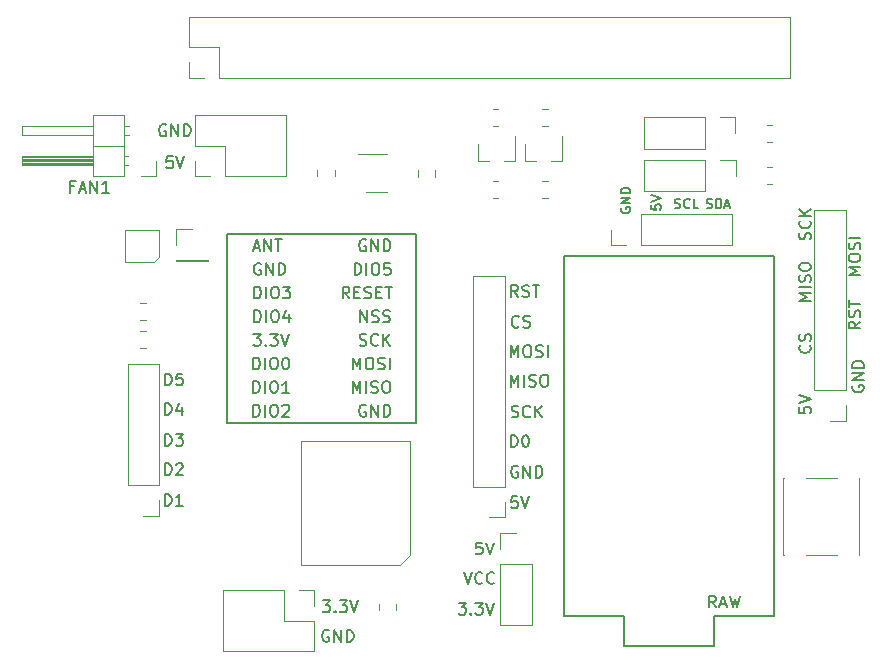
<source format=gbr>
%TF.GenerationSoftware,KiCad,Pcbnew,(5.1.10)-1*%
%TF.CreationDate,2022-02-24T11:14:30+08:00*%
%TF.ProjectId,hat,6861742e-6b69-4636-9164-5f7063625858,rev?*%
%TF.SameCoordinates,Original*%
%TF.FileFunction,Legend,Top*%
%TF.FilePolarity,Positive*%
%FSLAX46Y46*%
G04 Gerber Fmt 4.6, Leading zero omitted, Abs format (unit mm)*
G04 Created by KiCad (PCBNEW (5.1.10)-1) date 2022-02-24 11:14:30*
%MOMM*%
%LPD*%
G01*
G04 APERTURE LIST*
%ADD10C,0.150000*%
%ADD11C,0.120000*%
%ADD12C,0.160000*%
G04 APERTURE END LIST*
D10*
X150466666Y-112152380D02*
X150800000Y-113152380D01*
X151133333Y-112152380D01*
X152038095Y-113057142D02*
X151990476Y-113104761D01*
X151847619Y-113152380D01*
X151752380Y-113152380D01*
X151609523Y-113104761D01*
X151514285Y-113009523D01*
X151466666Y-112914285D01*
X151419047Y-112723809D01*
X151419047Y-112580952D01*
X151466666Y-112390476D01*
X151514285Y-112295238D01*
X151609523Y-112200000D01*
X151752380Y-112152380D01*
X151847619Y-112152380D01*
X151990476Y-112200000D01*
X152038095Y-112247619D01*
X153038095Y-113057142D02*
X152990476Y-113104761D01*
X152847619Y-113152380D01*
X152752380Y-113152380D01*
X152609523Y-113104761D01*
X152514285Y-113009523D01*
X152466666Y-112914285D01*
X152419047Y-112723809D01*
X152419047Y-112580952D01*
X152466666Y-112390476D01*
X152514285Y-112295238D01*
X152609523Y-112200000D01*
X152752380Y-112152380D01*
X152847619Y-112152380D01*
X152990476Y-112200000D01*
X153038095Y-112247619D01*
X125238095Y-74300000D02*
X125142857Y-74252380D01*
X125000000Y-74252380D01*
X124857142Y-74300000D01*
X124761904Y-74395238D01*
X124714285Y-74490476D01*
X124666666Y-74680952D01*
X124666666Y-74823809D01*
X124714285Y-75014285D01*
X124761904Y-75109523D01*
X124857142Y-75204761D01*
X125000000Y-75252380D01*
X125095238Y-75252380D01*
X125238095Y-75204761D01*
X125285714Y-75157142D01*
X125285714Y-74823809D01*
X125095238Y-74823809D01*
X125714285Y-75252380D02*
X125714285Y-74252380D01*
X126285714Y-75252380D01*
X126285714Y-74252380D01*
X126761904Y-75252380D02*
X126761904Y-74252380D01*
X127000000Y-74252380D01*
X127142857Y-74300000D01*
X127238095Y-74395238D01*
X127285714Y-74490476D01*
X127333333Y-74680952D01*
X127333333Y-74823809D01*
X127285714Y-75014285D01*
X127238095Y-75109523D01*
X127142857Y-75204761D01*
X127000000Y-75252380D01*
X126761904Y-75252380D01*
X178852380Y-98190476D02*
X178852380Y-98666666D01*
X179328571Y-98714285D01*
X179280952Y-98666666D01*
X179233333Y-98571428D01*
X179233333Y-98333333D01*
X179280952Y-98238095D01*
X179328571Y-98190476D01*
X179423809Y-98142857D01*
X179661904Y-98142857D01*
X179757142Y-98190476D01*
X179804761Y-98238095D01*
X179852380Y-98333333D01*
X179852380Y-98571428D01*
X179804761Y-98666666D01*
X179757142Y-98714285D01*
X178852380Y-97857142D02*
X179852380Y-97523809D01*
X178852380Y-97190476D01*
X152009523Y-109652380D02*
X151533333Y-109652380D01*
X151485714Y-110128571D01*
X151533333Y-110080952D01*
X151628571Y-110033333D01*
X151866666Y-110033333D01*
X151961904Y-110080952D01*
X152009523Y-110128571D01*
X152057142Y-110223809D01*
X152057142Y-110461904D01*
X152009523Y-110557142D01*
X151961904Y-110604761D01*
X151866666Y-110652380D01*
X151628571Y-110652380D01*
X151533333Y-110604761D01*
X151485714Y-110557142D01*
X152342857Y-109652380D02*
X152676190Y-110652380D01*
X153009523Y-109652380D01*
X150023809Y-114752380D02*
X150642857Y-114752380D01*
X150309523Y-115133333D01*
X150452380Y-115133333D01*
X150547619Y-115180952D01*
X150595238Y-115228571D01*
X150642857Y-115323809D01*
X150642857Y-115561904D01*
X150595238Y-115657142D01*
X150547619Y-115704761D01*
X150452380Y-115752380D01*
X150166666Y-115752380D01*
X150071428Y-115704761D01*
X150023809Y-115657142D01*
X151071428Y-115657142D02*
X151119047Y-115704761D01*
X151071428Y-115752380D01*
X151023809Y-115704761D01*
X151071428Y-115657142D01*
X151071428Y-115752380D01*
X151452380Y-114752380D02*
X152071428Y-114752380D01*
X151738095Y-115133333D01*
X151880952Y-115133333D01*
X151976190Y-115180952D01*
X152023809Y-115228571D01*
X152071428Y-115323809D01*
X152071428Y-115561904D01*
X152023809Y-115657142D01*
X151976190Y-115704761D01*
X151880952Y-115752380D01*
X151595238Y-115752380D01*
X151500000Y-115704761D01*
X151452380Y-115657142D01*
X152357142Y-114752380D02*
X152690476Y-115752380D01*
X153023809Y-114752380D01*
X139038095Y-117100000D02*
X138942857Y-117052380D01*
X138800000Y-117052380D01*
X138657142Y-117100000D01*
X138561904Y-117195238D01*
X138514285Y-117290476D01*
X138466666Y-117480952D01*
X138466666Y-117623809D01*
X138514285Y-117814285D01*
X138561904Y-117909523D01*
X138657142Y-118004761D01*
X138800000Y-118052380D01*
X138895238Y-118052380D01*
X139038095Y-118004761D01*
X139085714Y-117957142D01*
X139085714Y-117623809D01*
X138895238Y-117623809D01*
X139514285Y-118052380D02*
X139514285Y-117052380D01*
X140085714Y-118052380D01*
X140085714Y-117052380D01*
X140561904Y-118052380D02*
X140561904Y-117052380D01*
X140800000Y-117052380D01*
X140942857Y-117100000D01*
X141038095Y-117195238D01*
X141085714Y-117290476D01*
X141133333Y-117480952D01*
X141133333Y-117623809D01*
X141085714Y-117814285D01*
X141038095Y-117909523D01*
X140942857Y-118004761D01*
X140800000Y-118052380D01*
X140561904Y-118052380D01*
X183400000Y-96361904D02*
X183352380Y-96457142D01*
X183352380Y-96600000D01*
X183400000Y-96742857D01*
X183495238Y-96838095D01*
X183590476Y-96885714D01*
X183780952Y-96933333D01*
X183923809Y-96933333D01*
X184114285Y-96885714D01*
X184209523Y-96838095D01*
X184304761Y-96742857D01*
X184352380Y-96600000D01*
X184352380Y-96504761D01*
X184304761Y-96361904D01*
X184257142Y-96314285D01*
X183923809Y-96314285D01*
X183923809Y-96504761D01*
X184352380Y-95885714D02*
X183352380Y-95885714D01*
X184352380Y-95314285D01*
X183352380Y-95314285D01*
X184352380Y-94838095D02*
X183352380Y-94838095D01*
X183352380Y-94600000D01*
X183400000Y-94457142D01*
X183495238Y-94361904D01*
X183590476Y-94314285D01*
X183780952Y-94266666D01*
X183923809Y-94266666D01*
X184114285Y-94314285D01*
X184209523Y-94361904D01*
X184304761Y-94457142D01*
X184352380Y-94600000D01*
X184352380Y-94838095D01*
X179804761Y-83985714D02*
X179852380Y-83842857D01*
X179852380Y-83604761D01*
X179804761Y-83509523D01*
X179757142Y-83461904D01*
X179661904Y-83414285D01*
X179566666Y-83414285D01*
X179471428Y-83461904D01*
X179423809Y-83509523D01*
X179376190Y-83604761D01*
X179328571Y-83795238D01*
X179280952Y-83890476D01*
X179233333Y-83938095D01*
X179138095Y-83985714D01*
X179042857Y-83985714D01*
X178947619Y-83938095D01*
X178900000Y-83890476D01*
X178852380Y-83795238D01*
X178852380Y-83557142D01*
X178900000Y-83414285D01*
X179757142Y-82414285D02*
X179804761Y-82461904D01*
X179852380Y-82604761D01*
X179852380Y-82700000D01*
X179804761Y-82842857D01*
X179709523Y-82938095D01*
X179614285Y-82985714D01*
X179423809Y-83033333D01*
X179280952Y-83033333D01*
X179090476Y-82985714D01*
X178995238Y-82938095D01*
X178900000Y-82842857D01*
X178852380Y-82700000D01*
X178852380Y-82604761D01*
X178900000Y-82461904D01*
X178947619Y-82414285D01*
X179852380Y-81985714D02*
X178852380Y-81985714D01*
X179852380Y-81414285D02*
X179280952Y-81842857D01*
X178852380Y-81414285D02*
X179423809Y-81985714D01*
X184052380Y-86971428D02*
X183052380Y-86971428D01*
X183766666Y-86638095D01*
X183052380Y-86304761D01*
X184052380Y-86304761D01*
X183052380Y-85638095D02*
X183052380Y-85447619D01*
X183100000Y-85352380D01*
X183195238Y-85257142D01*
X183385714Y-85209523D01*
X183719047Y-85209523D01*
X183909523Y-85257142D01*
X184004761Y-85352380D01*
X184052380Y-85447619D01*
X184052380Y-85638095D01*
X184004761Y-85733333D01*
X183909523Y-85828571D01*
X183719047Y-85876190D01*
X183385714Y-85876190D01*
X183195238Y-85828571D01*
X183100000Y-85733333D01*
X183052380Y-85638095D01*
X184004761Y-84828571D02*
X184052380Y-84685714D01*
X184052380Y-84447619D01*
X184004761Y-84352380D01*
X183957142Y-84304761D01*
X183861904Y-84257142D01*
X183766666Y-84257142D01*
X183671428Y-84304761D01*
X183623809Y-84352380D01*
X183576190Y-84447619D01*
X183528571Y-84638095D01*
X183480952Y-84733333D01*
X183433333Y-84780952D01*
X183338095Y-84828571D01*
X183242857Y-84828571D01*
X183147619Y-84780952D01*
X183100000Y-84733333D01*
X183052380Y-84638095D01*
X183052380Y-84400000D01*
X183100000Y-84257142D01*
X184052380Y-83828571D02*
X183052380Y-83828571D01*
X179852380Y-89171428D02*
X178852380Y-89171428D01*
X179566666Y-88838095D01*
X178852380Y-88504761D01*
X179852380Y-88504761D01*
X179852380Y-88028571D02*
X178852380Y-88028571D01*
X179804761Y-87600000D02*
X179852380Y-87457142D01*
X179852380Y-87219047D01*
X179804761Y-87123809D01*
X179757142Y-87076190D01*
X179661904Y-87028571D01*
X179566666Y-87028571D01*
X179471428Y-87076190D01*
X179423809Y-87123809D01*
X179376190Y-87219047D01*
X179328571Y-87409523D01*
X179280952Y-87504761D01*
X179233333Y-87552380D01*
X179138095Y-87600000D01*
X179042857Y-87600000D01*
X178947619Y-87552380D01*
X178900000Y-87504761D01*
X178852380Y-87409523D01*
X178852380Y-87171428D01*
X178900000Y-87028571D01*
X178852380Y-86409523D02*
X178852380Y-86219047D01*
X178900000Y-86123809D01*
X178995238Y-86028571D01*
X179185714Y-85980952D01*
X179519047Y-85980952D01*
X179709523Y-86028571D01*
X179804761Y-86123809D01*
X179852380Y-86219047D01*
X179852380Y-86409523D01*
X179804761Y-86504761D01*
X179709523Y-86600000D01*
X179519047Y-86647619D01*
X179185714Y-86647619D01*
X178995238Y-86600000D01*
X178900000Y-86504761D01*
X178852380Y-86409523D01*
X184052380Y-90947619D02*
X183576190Y-91280952D01*
X184052380Y-91519047D02*
X183052380Y-91519047D01*
X183052380Y-91138095D01*
X183100000Y-91042857D01*
X183147619Y-90995238D01*
X183242857Y-90947619D01*
X183385714Y-90947619D01*
X183480952Y-90995238D01*
X183528571Y-91042857D01*
X183576190Y-91138095D01*
X183576190Y-91519047D01*
X184004761Y-90566666D02*
X184052380Y-90423809D01*
X184052380Y-90185714D01*
X184004761Y-90090476D01*
X183957142Y-90042857D01*
X183861904Y-89995238D01*
X183766666Y-89995238D01*
X183671428Y-90042857D01*
X183623809Y-90090476D01*
X183576190Y-90185714D01*
X183528571Y-90376190D01*
X183480952Y-90471428D01*
X183433333Y-90519047D01*
X183338095Y-90566666D01*
X183242857Y-90566666D01*
X183147619Y-90519047D01*
X183100000Y-90471428D01*
X183052380Y-90376190D01*
X183052380Y-90138095D01*
X183100000Y-89995238D01*
X183052380Y-89709523D02*
X183052380Y-89138095D01*
X184052380Y-89423809D02*
X183052380Y-89423809D01*
X179757142Y-92966666D02*
X179804761Y-93014285D01*
X179852380Y-93157142D01*
X179852380Y-93252380D01*
X179804761Y-93395238D01*
X179709523Y-93490476D01*
X179614285Y-93538095D01*
X179423809Y-93585714D01*
X179280952Y-93585714D01*
X179090476Y-93538095D01*
X178995238Y-93490476D01*
X178900000Y-93395238D01*
X178852380Y-93252380D01*
X178852380Y-93157142D01*
X178900000Y-93014285D01*
X178947619Y-92966666D01*
X179804761Y-92585714D02*
X179852380Y-92442857D01*
X179852380Y-92204761D01*
X179804761Y-92109523D01*
X179757142Y-92061904D01*
X179661904Y-92014285D01*
X179566666Y-92014285D01*
X179471428Y-92061904D01*
X179423809Y-92109523D01*
X179376190Y-92204761D01*
X179328571Y-92395238D01*
X179280952Y-92490476D01*
X179233333Y-92538095D01*
X179138095Y-92585714D01*
X179042857Y-92585714D01*
X178947619Y-92538095D01*
X178900000Y-92490476D01*
X178852380Y-92395238D01*
X178852380Y-92157142D01*
X178900000Y-92014285D01*
X171028571Y-81323809D02*
X171142857Y-81361904D01*
X171333333Y-81361904D01*
X171409523Y-81323809D01*
X171447619Y-81285714D01*
X171485714Y-81209523D01*
X171485714Y-81133333D01*
X171447619Y-81057142D01*
X171409523Y-81019047D01*
X171333333Y-80980952D01*
X171180952Y-80942857D01*
X171104761Y-80904761D01*
X171066666Y-80866666D01*
X171028571Y-80790476D01*
X171028571Y-80714285D01*
X171066666Y-80638095D01*
X171104761Y-80600000D01*
X171180952Y-80561904D01*
X171371428Y-80561904D01*
X171485714Y-80600000D01*
X171828571Y-81361904D02*
X171828571Y-80561904D01*
X172019047Y-80561904D01*
X172133333Y-80600000D01*
X172209523Y-80676190D01*
X172247619Y-80752380D01*
X172285714Y-80904761D01*
X172285714Y-81019047D01*
X172247619Y-81171428D01*
X172209523Y-81247619D01*
X172133333Y-81323809D01*
X172019047Y-81361904D01*
X171828571Y-81361904D01*
X172590476Y-81133333D02*
X172971428Y-81133333D01*
X172514285Y-81361904D02*
X172780952Y-80561904D01*
X173047619Y-81361904D01*
X168347619Y-81323809D02*
X168461904Y-81361904D01*
X168652380Y-81361904D01*
X168728571Y-81323809D01*
X168766666Y-81285714D01*
X168804761Y-81209523D01*
X168804761Y-81133333D01*
X168766666Y-81057142D01*
X168728571Y-81019047D01*
X168652380Y-80980952D01*
X168500000Y-80942857D01*
X168423809Y-80904761D01*
X168385714Y-80866666D01*
X168347619Y-80790476D01*
X168347619Y-80714285D01*
X168385714Y-80638095D01*
X168423809Y-80600000D01*
X168500000Y-80561904D01*
X168690476Y-80561904D01*
X168804761Y-80600000D01*
X169604761Y-81285714D02*
X169566666Y-81323809D01*
X169452380Y-81361904D01*
X169376190Y-81361904D01*
X169261904Y-81323809D01*
X169185714Y-81247619D01*
X169147619Y-81171428D01*
X169109523Y-81019047D01*
X169109523Y-80904761D01*
X169147619Y-80752380D01*
X169185714Y-80676190D01*
X169261904Y-80600000D01*
X169376190Y-80561904D01*
X169452380Y-80561904D01*
X169566666Y-80600000D01*
X169604761Y-80638095D01*
X170328571Y-81361904D02*
X169947619Y-81361904D01*
X169947619Y-80561904D01*
X166361904Y-81052380D02*
X166361904Y-81433333D01*
X166742857Y-81471428D01*
X166704761Y-81433333D01*
X166666666Y-81357142D01*
X166666666Y-81166666D01*
X166704761Y-81090476D01*
X166742857Y-81052380D01*
X166819047Y-81014285D01*
X167009523Y-81014285D01*
X167085714Y-81052380D01*
X167123809Y-81090476D01*
X167161904Y-81166666D01*
X167161904Y-81357142D01*
X167123809Y-81433333D01*
X167085714Y-81471428D01*
X166361904Y-80785714D02*
X167161904Y-80519047D01*
X166361904Y-80252380D01*
X163800000Y-81309523D02*
X163761904Y-81385714D01*
X163761904Y-81500000D01*
X163800000Y-81614285D01*
X163876190Y-81690476D01*
X163952380Y-81728571D01*
X164104761Y-81766666D01*
X164219047Y-81766666D01*
X164371428Y-81728571D01*
X164447619Y-81690476D01*
X164523809Y-81614285D01*
X164561904Y-81500000D01*
X164561904Y-81423809D01*
X164523809Y-81309523D01*
X164485714Y-81271428D01*
X164219047Y-81271428D01*
X164219047Y-81423809D01*
X164561904Y-80928571D02*
X163761904Y-80928571D01*
X164561904Y-80471428D01*
X163761904Y-80471428D01*
X164561904Y-80090476D02*
X163761904Y-80090476D01*
X163761904Y-79900000D01*
X163800000Y-79785714D01*
X163876190Y-79709523D01*
X163952380Y-79671428D01*
X164104761Y-79633333D01*
X164219047Y-79633333D01*
X164371428Y-79671428D01*
X164447619Y-79709523D01*
X164523809Y-79785714D01*
X164561904Y-79900000D01*
X164561904Y-80090476D01*
X125161904Y-106552380D02*
X125161904Y-105552380D01*
X125400000Y-105552380D01*
X125542857Y-105600000D01*
X125638095Y-105695238D01*
X125685714Y-105790476D01*
X125733333Y-105980952D01*
X125733333Y-106123809D01*
X125685714Y-106314285D01*
X125638095Y-106409523D01*
X125542857Y-106504761D01*
X125400000Y-106552380D01*
X125161904Y-106552380D01*
X126685714Y-106552380D02*
X126114285Y-106552380D01*
X126400000Y-106552380D02*
X126400000Y-105552380D01*
X126304761Y-105695238D01*
X126209523Y-105790476D01*
X126114285Y-105838095D01*
X125161904Y-103952380D02*
X125161904Y-102952380D01*
X125400000Y-102952380D01*
X125542857Y-103000000D01*
X125638095Y-103095238D01*
X125685714Y-103190476D01*
X125733333Y-103380952D01*
X125733333Y-103523809D01*
X125685714Y-103714285D01*
X125638095Y-103809523D01*
X125542857Y-103904761D01*
X125400000Y-103952380D01*
X125161904Y-103952380D01*
X126114285Y-103047619D02*
X126161904Y-103000000D01*
X126257142Y-102952380D01*
X126495238Y-102952380D01*
X126590476Y-103000000D01*
X126638095Y-103047619D01*
X126685714Y-103142857D01*
X126685714Y-103238095D01*
X126638095Y-103380952D01*
X126066666Y-103952380D01*
X126685714Y-103952380D01*
X125161904Y-101452380D02*
X125161904Y-100452380D01*
X125400000Y-100452380D01*
X125542857Y-100500000D01*
X125638095Y-100595238D01*
X125685714Y-100690476D01*
X125733333Y-100880952D01*
X125733333Y-101023809D01*
X125685714Y-101214285D01*
X125638095Y-101309523D01*
X125542857Y-101404761D01*
X125400000Y-101452380D01*
X125161904Y-101452380D01*
X126066666Y-100452380D02*
X126685714Y-100452380D01*
X126352380Y-100833333D01*
X126495238Y-100833333D01*
X126590476Y-100880952D01*
X126638095Y-100928571D01*
X126685714Y-101023809D01*
X126685714Y-101261904D01*
X126638095Y-101357142D01*
X126590476Y-101404761D01*
X126495238Y-101452380D01*
X126209523Y-101452380D01*
X126114285Y-101404761D01*
X126066666Y-101357142D01*
X125161904Y-98852380D02*
X125161904Y-97852380D01*
X125400000Y-97852380D01*
X125542857Y-97900000D01*
X125638095Y-97995238D01*
X125685714Y-98090476D01*
X125733333Y-98280952D01*
X125733333Y-98423809D01*
X125685714Y-98614285D01*
X125638095Y-98709523D01*
X125542857Y-98804761D01*
X125400000Y-98852380D01*
X125161904Y-98852380D01*
X126590476Y-98185714D02*
X126590476Y-98852380D01*
X126352380Y-97804761D02*
X126114285Y-98519047D01*
X126733333Y-98519047D01*
X125161904Y-96352380D02*
X125161904Y-95352380D01*
X125400000Y-95352380D01*
X125542857Y-95400000D01*
X125638095Y-95495238D01*
X125685714Y-95590476D01*
X125733333Y-95780952D01*
X125733333Y-95923809D01*
X125685714Y-96114285D01*
X125638095Y-96209523D01*
X125542857Y-96304761D01*
X125400000Y-96352380D01*
X125161904Y-96352380D01*
X126638095Y-95352380D02*
X126161904Y-95352380D01*
X126114285Y-95828571D01*
X126161904Y-95780952D01*
X126257142Y-95733333D01*
X126495238Y-95733333D01*
X126590476Y-95780952D01*
X126638095Y-95828571D01*
X126685714Y-95923809D01*
X126685714Y-96161904D01*
X126638095Y-96257142D01*
X126590476Y-96304761D01*
X126495238Y-96352380D01*
X126257142Y-96352380D01*
X126161904Y-96304761D01*
X126114285Y-96257142D01*
X155009523Y-105752380D02*
X154533333Y-105752380D01*
X154485714Y-106228571D01*
X154533333Y-106180952D01*
X154628571Y-106133333D01*
X154866666Y-106133333D01*
X154961904Y-106180952D01*
X155009523Y-106228571D01*
X155057142Y-106323809D01*
X155057142Y-106561904D01*
X155009523Y-106657142D01*
X154961904Y-106704761D01*
X154866666Y-106752380D01*
X154628571Y-106752380D01*
X154533333Y-106704761D01*
X154485714Y-106657142D01*
X155342857Y-105752380D02*
X155676190Y-106752380D01*
X156009523Y-105752380D01*
X155038095Y-103200000D02*
X154942857Y-103152380D01*
X154800000Y-103152380D01*
X154657142Y-103200000D01*
X154561904Y-103295238D01*
X154514285Y-103390476D01*
X154466666Y-103580952D01*
X154466666Y-103723809D01*
X154514285Y-103914285D01*
X154561904Y-104009523D01*
X154657142Y-104104761D01*
X154800000Y-104152380D01*
X154895238Y-104152380D01*
X155038095Y-104104761D01*
X155085714Y-104057142D01*
X155085714Y-103723809D01*
X154895238Y-103723809D01*
X155514285Y-104152380D02*
X155514285Y-103152380D01*
X156085714Y-104152380D01*
X156085714Y-103152380D01*
X156561904Y-104152380D02*
X156561904Y-103152380D01*
X156800000Y-103152380D01*
X156942857Y-103200000D01*
X157038095Y-103295238D01*
X157085714Y-103390476D01*
X157133333Y-103580952D01*
X157133333Y-103723809D01*
X157085714Y-103914285D01*
X157038095Y-104009523D01*
X156942857Y-104104761D01*
X156800000Y-104152380D01*
X156561904Y-104152380D01*
X154461904Y-101552380D02*
X154461904Y-100552380D01*
X154700000Y-100552380D01*
X154842857Y-100600000D01*
X154938095Y-100695238D01*
X154985714Y-100790476D01*
X155033333Y-100980952D01*
X155033333Y-101123809D01*
X154985714Y-101314285D01*
X154938095Y-101409523D01*
X154842857Y-101504761D01*
X154700000Y-101552380D01*
X154461904Y-101552380D01*
X155652380Y-100552380D02*
X155747619Y-100552380D01*
X155842857Y-100600000D01*
X155890476Y-100647619D01*
X155938095Y-100742857D01*
X155985714Y-100933333D01*
X155985714Y-101171428D01*
X155938095Y-101361904D01*
X155890476Y-101457142D01*
X155842857Y-101504761D01*
X155747619Y-101552380D01*
X155652380Y-101552380D01*
X155557142Y-101504761D01*
X155509523Y-101457142D01*
X155461904Y-101361904D01*
X155414285Y-101171428D01*
X155414285Y-100933333D01*
X155461904Y-100742857D01*
X155509523Y-100647619D01*
X155557142Y-100600000D01*
X155652380Y-100552380D01*
X154514285Y-99004761D02*
X154657142Y-99052380D01*
X154895238Y-99052380D01*
X154990476Y-99004761D01*
X155038095Y-98957142D01*
X155085714Y-98861904D01*
X155085714Y-98766666D01*
X155038095Y-98671428D01*
X154990476Y-98623809D01*
X154895238Y-98576190D01*
X154704761Y-98528571D01*
X154609523Y-98480952D01*
X154561904Y-98433333D01*
X154514285Y-98338095D01*
X154514285Y-98242857D01*
X154561904Y-98147619D01*
X154609523Y-98100000D01*
X154704761Y-98052380D01*
X154942857Y-98052380D01*
X155085714Y-98100000D01*
X156085714Y-98957142D02*
X156038095Y-99004761D01*
X155895238Y-99052380D01*
X155800000Y-99052380D01*
X155657142Y-99004761D01*
X155561904Y-98909523D01*
X155514285Y-98814285D01*
X155466666Y-98623809D01*
X155466666Y-98480952D01*
X155514285Y-98290476D01*
X155561904Y-98195238D01*
X155657142Y-98100000D01*
X155800000Y-98052380D01*
X155895238Y-98052380D01*
X156038095Y-98100000D01*
X156085714Y-98147619D01*
X156514285Y-99052380D02*
X156514285Y-98052380D01*
X157085714Y-99052380D02*
X156657142Y-98480952D01*
X157085714Y-98052380D02*
X156514285Y-98623809D01*
X154428571Y-96452380D02*
X154428571Y-95452380D01*
X154761904Y-96166666D01*
X155095238Y-95452380D01*
X155095238Y-96452380D01*
X155571428Y-96452380D02*
X155571428Y-95452380D01*
X156000000Y-96404761D02*
X156142857Y-96452380D01*
X156380952Y-96452380D01*
X156476190Y-96404761D01*
X156523809Y-96357142D01*
X156571428Y-96261904D01*
X156571428Y-96166666D01*
X156523809Y-96071428D01*
X156476190Y-96023809D01*
X156380952Y-95976190D01*
X156190476Y-95928571D01*
X156095238Y-95880952D01*
X156047619Y-95833333D01*
X156000000Y-95738095D01*
X156000000Y-95642857D01*
X156047619Y-95547619D01*
X156095238Y-95500000D01*
X156190476Y-95452380D01*
X156428571Y-95452380D01*
X156571428Y-95500000D01*
X157190476Y-95452380D02*
X157380952Y-95452380D01*
X157476190Y-95500000D01*
X157571428Y-95595238D01*
X157619047Y-95785714D01*
X157619047Y-96119047D01*
X157571428Y-96309523D01*
X157476190Y-96404761D01*
X157380952Y-96452380D01*
X157190476Y-96452380D01*
X157095238Y-96404761D01*
X157000000Y-96309523D01*
X156952380Y-96119047D01*
X156952380Y-95785714D01*
X157000000Y-95595238D01*
X157095238Y-95500000D01*
X157190476Y-95452380D01*
X154428571Y-93952380D02*
X154428571Y-92952380D01*
X154761904Y-93666666D01*
X155095238Y-92952380D01*
X155095238Y-93952380D01*
X155761904Y-92952380D02*
X155952380Y-92952380D01*
X156047619Y-93000000D01*
X156142857Y-93095238D01*
X156190476Y-93285714D01*
X156190476Y-93619047D01*
X156142857Y-93809523D01*
X156047619Y-93904761D01*
X155952380Y-93952380D01*
X155761904Y-93952380D01*
X155666666Y-93904761D01*
X155571428Y-93809523D01*
X155523809Y-93619047D01*
X155523809Y-93285714D01*
X155571428Y-93095238D01*
X155666666Y-93000000D01*
X155761904Y-92952380D01*
X156571428Y-93904761D02*
X156714285Y-93952380D01*
X156952380Y-93952380D01*
X157047619Y-93904761D01*
X157095238Y-93857142D01*
X157142857Y-93761904D01*
X157142857Y-93666666D01*
X157095238Y-93571428D01*
X157047619Y-93523809D01*
X156952380Y-93476190D01*
X156761904Y-93428571D01*
X156666666Y-93380952D01*
X156619047Y-93333333D01*
X156571428Y-93238095D01*
X156571428Y-93142857D01*
X156619047Y-93047619D01*
X156666666Y-93000000D01*
X156761904Y-92952380D01*
X157000000Y-92952380D01*
X157142857Y-93000000D01*
X157571428Y-93952380D02*
X157571428Y-92952380D01*
X155133333Y-91357142D02*
X155085714Y-91404761D01*
X154942857Y-91452380D01*
X154847619Y-91452380D01*
X154704761Y-91404761D01*
X154609523Y-91309523D01*
X154561904Y-91214285D01*
X154514285Y-91023809D01*
X154514285Y-90880952D01*
X154561904Y-90690476D01*
X154609523Y-90595238D01*
X154704761Y-90500000D01*
X154847619Y-90452380D01*
X154942857Y-90452380D01*
X155085714Y-90500000D01*
X155133333Y-90547619D01*
X155514285Y-91404761D02*
X155657142Y-91452380D01*
X155895238Y-91452380D01*
X155990476Y-91404761D01*
X156038095Y-91357142D01*
X156085714Y-91261904D01*
X156085714Y-91166666D01*
X156038095Y-91071428D01*
X155990476Y-91023809D01*
X155895238Y-90976190D01*
X155704761Y-90928571D01*
X155609523Y-90880952D01*
X155561904Y-90833333D01*
X155514285Y-90738095D01*
X155514285Y-90642857D01*
X155561904Y-90547619D01*
X155609523Y-90500000D01*
X155704761Y-90452380D01*
X155942857Y-90452380D01*
X156085714Y-90500000D01*
X155052380Y-88852380D02*
X154719047Y-88376190D01*
X154480952Y-88852380D02*
X154480952Y-87852380D01*
X154861904Y-87852380D01*
X154957142Y-87900000D01*
X155004761Y-87947619D01*
X155052380Y-88042857D01*
X155052380Y-88185714D01*
X155004761Y-88280952D01*
X154957142Y-88328571D01*
X154861904Y-88376190D01*
X154480952Y-88376190D01*
X155433333Y-88804761D02*
X155576190Y-88852380D01*
X155814285Y-88852380D01*
X155909523Y-88804761D01*
X155957142Y-88757142D01*
X156004761Y-88661904D01*
X156004761Y-88566666D01*
X155957142Y-88471428D01*
X155909523Y-88423809D01*
X155814285Y-88376190D01*
X155623809Y-88328571D01*
X155528571Y-88280952D01*
X155480952Y-88233333D01*
X155433333Y-88138095D01*
X155433333Y-88042857D01*
X155480952Y-87947619D01*
X155528571Y-87900000D01*
X155623809Y-87852380D01*
X155861904Y-87852380D01*
X156004761Y-87900000D01*
X156290476Y-87852380D02*
X156861904Y-87852380D01*
X156576190Y-88852380D02*
X156576190Y-87852380D01*
X125809523Y-76952380D02*
X125333333Y-76952380D01*
X125285714Y-77428571D01*
X125333333Y-77380952D01*
X125428571Y-77333333D01*
X125666666Y-77333333D01*
X125761904Y-77380952D01*
X125809523Y-77428571D01*
X125857142Y-77523809D01*
X125857142Y-77761904D01*
X125809523Y-77857142D01*
X125761904Y-77904761D01*
X125666666Y-77952380D01*
X125428571Y-77952380D01*
X125333333Y-77904761D01*
X125285714Y-77857142D01*
X126142857Y-76952380D02*
X126476190Y-77952380D01*
X126809523Y-76952380D01*
X138523809Y-114552380D02*
X139142857Y-114552380D01*
X138809523Y-114933333D01*
X138952380Y-114933333D01*
X139047619Y-114980952D01*
X139095238Y-115028571D01*
X139142857Y-115123809D01*
X139142857Y-115361904D01*
X139095238Y-115457142D01*
X139047619Y-115504761D01*
X138952380Y-115552380D01*
X138666666Y-115552380D01*
X138571428Y-115504761D01*
X138523809Y-115457142D01*
X139571428Y-115457142D02*
X139619047Y-115504761D01*
X139571428Y-115552380D01*
X139523809Y-115504761D01*
X139571428Y-115457142D01*
X139571428Y-115552380D01*
X139952380Y-114552380D02*
X140571428Y-114552380D01*
X140238095Y-114933333D01*
X140380952Y-114933333D01*
X140476190Y-114980952D01*
X140523809Y-115028571D01*
X140571428Y-115123809D01*
X140571428Y-115361904D01*
X140523809Y-115457142D01*
X140476190Y-115504761D01*
X140380952Y-115552380D01*
X140095238Y-115552380D01*
X140000000Y-115504761D01*
X139952380Y-115457142D01*
X140857142Y-114552380D02*
X141190476Y-115552380D01*
X141523809Y-114552380D01*
X171809523Y-115152380D02*
X171476190Y-114676190D01*
X171238095Y-115152380D02*
X171238095Y-114152380D01*
X171619047Y-114152380D01*
X171714285Y-114200000D01*
X171761904Y-114247619D01*
X171809523Y-114342857D01*
X171809523Y-114485714D01*
X171761904Y-114580952D01*
X171714285Y-114628571D01*
X171619047Y-114676190D01*
X171238095Y-114676190D01*
X172190476Y-114866666D02*
X172666666Y-114866666D01*
X172095238Y-115152380D02*
X172428571Y-114152380D01*
X172761904Y-115152380D01*
X173000000Y-114152380D02*
X173238095Y-115152380D01*
X173428571Y-114438095D01*
X173619047Y-115152380D01*
X173857142Y-114152380D01*
D11*
%TO.C,SPI_PORT1*%
X182800000Y-81470000D02*
X180140000Y-81470000D01*
X182800000Y-96770000D02*
X182800000Y-81470000D01*
X180140000Y-96770000D02*
X180140000Y-81470000D01*
X182800000Y-96770000D02*
X180140000Y-96770000D01*
X182800000Y-98040000D02*
X182800000Y-99370000D01*
X182800000Y-99370000D02*
X181470000Y-99370000D01*
%TO.C,J3*%
X153570000Y-116610000D02*
X156230000Y-116610000D01*
X153570000Y-111470000D02*
X153570000Y-116610000D01*
X156230000Y-111470000D02*
X156230000Y-116610000D01*
X153570000Y-111470000D02*
X156230000Y-111470000D01*
X153570000Y-110200000D02*
X153570000Y-108870000D01*
X153570000Y-108870000D02*
X154900000Y-108870000D01*
%TO.C,J4*%
X124670000Y-94570000D02*
X122010000Y-94570000D01*
X124670000Y-104790000D02*
X124670000Y-94570000D01*
X122010000Y-104790000D02*
X122010000Y-94570000D01*
X124670000Y-104790000D02*
X122010000Y-104790000D01*
X124670000Y-106060000D02*
X124670000Y-107390000D01*
X124670000Y-107390000D02*
X123340000Y-107390000D01*
%TO.C,U5*%
X142180000Y-80000000D02*
X143980000Y-80000000D01*
X143980000Y-76780000D02*
X141530000Y-76780000D01*
D10*
%TO.C,U4*%
X176740000Y-115900000D02*
X176740000Y-85420000D01*
X176740000Y-115900000D02*
X171660000Y-115900000D01*
X171660000Y-115900000D02*
X171660000Y-118440000D01*
X171660000Y-118440000D02*
X164040000Y-118440000D01*
X164040000Y-118440000D02*
X164040000Y-115900000D01*
X164040000Y-115900000D02*
X158960000Y-115900000D01*
X158960000Y-115900000D02*
X158960000Y-85420000D01*
X158960000Y-85420000D02*
X176740000Y-85420000D01*
D11*
%TO.C,U3*%
X145900000Y-101055000D02*
X145900000Y-110745000D01*
X136700000Y-101055000D02*
X145900000Y-101055000D01*
X136700000Y-111545000D02*
X136700000Y-101055000D01*
X145100000Y-111545000D02*
X136700000Y-111545000D01*
X145900000Y-110745000D02*
X145100000Y-111545000D01*
%TO.C,U2*%
X124270000Y-85910000D02*
X124670000Y-85510000D01*
X124670000Y-85510000D02*
X124670000Y-83210000D01*
X124670000Y-83210000D02*
X121770000Y-83210000D01*
X121770000Y-83210000D02*
X121770000Y-85910000D01*
X121770000Y-85910000D02*
X124170000Y-85910000D01*
X124170000Y-85910000D02*
X124270000Y-85910000D01*
D12*
%TO.C,U1*%
X146430000Y-99540000D02*
X146430000Y-83540000D01*
X146430000Y-83540000D02*
X130430000Y-83540000D01*
X130430000Y-83540000D02*
X130430000Y-99540000D01*
X130430000Y-99540000D02*
X146430000Y-99540000D01*
D11*
%TO.C,SW1*%
X177510000Y-104215000D02*
X177540000Y-104215000D01*
X183970000Y-104215000D02*
X183940000Y-104215000D01*
X183970000Y-110675000D02*
X183940000Y-110675000D01*
X177540000Y-110675000D02*
X177510000Y-110675000D01*
X179440000Y-104215000D02*
X182040000Y-104215000D01*
X177510000Y-110675000D02*
X177510000Y-104215000D01*
X179440000Y-110675000D02*
X182040000Y-110675000D01*
X183970000Y-110675000D02*
X183970000Y-104215000D01*
%TO.C,SDA_PU1*%
X165730000Y-73650000D02*
X165730000Y-76310000D01*
X170870000Y-73650000D02*
X165730000Y-73650000D01*
X170870000Y-76310000D02*
X165730000Y-76310000D01*
X170870000Y-73650000D02*
X170870000Y-76310000D01*
X172140000Y-73650000D02*
X173470000Y-73650000D01*
X173470000Y-73650000D02*
X173470000Y-74980000D01*
%TO.C,SCL_PU1*%
X165740000Y-77260000D02*
X165740000Y-79920000D01*
X170880000Y-77260000D02*
X165740000Y-77260000D01*
X170880000Y-79920000D02*
X165740000Y-79920000D01*
X170880000Y-77260000D02*
X170880000Y-79920000D01*
X172150000Y-77260000D02*
X173480000Y-77260000D01*
X173480000Y-77260000D02*
X173480000Y-78590000D01*
%TO.C,R6*%
X176567064Y-79315000D02*
X176112936Y-79315000D01*
X176567064Y-77845000D02*
X176112936Y-77845000D01*
%TO.C,R5*%
X176557064Y-75745000D02*
X176102936Y-75745000D01*
X176557064Y-74275000D02*
X176102936Y-74275000D01*
%TO.C,R4*%
X153377064Y-80505000D02*
X152922936Y-80505000D01*
X153377064Y-79035000D02*
X152922936Y-79035000D01*
%TO.C,R3*%
X157122936Y-79035000D02*
X157577064Y-79035000D01*
X157122936Y-80505000D02*
X157577064Y-80505000D01*
%TO.C,R2*%
X153367064Y-74395000D02*
X152912936Y-74395000D01*
X153367064Y-72925000D02*
X152912936Y-72925000D01*
%TO.C,R1*%
X157567064Y-74395000D02*
X157112936Y-74395000D01*
X157567064Y-72925000D02*
X157112936Y-72925000D01*
%TO.C,Q2*%
X151660000Y-77380000D02*
X152590000Y-77380000D01*
X154820000Y-77380000D02*
X153890000Y-77380000D01*
X154820000Y-77380000D02*
X154820000Y-75220000D01*
X151660000Y-77380000D02*
X151660000Y-75920000D01*
%TO.C,Q1*%
X155660000Y-77380000D02*
X156590000Y-77380000D01*
X158820000Y-77380000D02*
X157890000Y-77380000D01*
X158820000Y-77380000D02*
X158820000Y-75220000D01*
X155660000Y-77380000D02*
X155660000Y-75920000D01*
%TO.C,J7*%
X130090000Y-113670000D02*
X130090000Y-118870000D01*
X135230000Y-113670000D02*
X130090000Y-113670000D01*
X137830000Y-118870000D02*
X130090000Y-118870000D01*
X135230000Y-113670000D02*
X135230000Y-116270000D01*
X135230000Y-116270000D02*
X137830000Y-116270000D01*
X137830000Y-116270000D02*
X137830000Y-118870000D01*
X136500000Y-113670000D02*
X137830000Y-113670000D01*
X137830000Y-113670000D02*
X137830000Y-115000000D01*
%TO.C,J6*%
X135430000Y-78640000D02*
X135430000Y-73440000D01*
X130290000Y-78640000D02*
X135430000Y-78640000D01*
X127690000Y-73440000D02*
X135430000Y-73440000D01*
X130290000Y-78640000D02*
X130290000Y-76040000D01*
X130290000Y-76040000D02*
X127690000Y-76040000D01*
X127690000Y-76040000D02*
X127690000Y-73440000D01*
X129020000Y-78640000D02*
X127690000Y-78640000D01*
X127690000Y-78640000D02*
X127690000Y-77310000D01*
%TO.C,J2*%
X126120000Y-85810000D02*
X128780000Y-85810000D01*
X126120000Y-85750000D02*
X126120000Y-85810000D01*
X128780000Y-85750000D02*
X128780000Y-85810000D01*
X126120000Y-85750000D02*
X128780000Y-85750000D01*
X126120000Y-84480000D02*
X126120000Y-83150000D01*
X126120000Y-83150000D02*
X127450000Y-83150000D01*
%TO.C,I2C_PORT1*%
X173180000Y-84490000D02*
X173180000Y-81830000D01*
X165500000Y-84490000D02*
X173180000Y-84490000D01*
X165500000Y-81830000D02*
X173180000Y-81830000D01*
X165500000Y-84490000D02*
X165500000Y-81830000D01*
X164230000Y-84490000D02*
X162900000Y-84490000D01*
X162900000Y-84490000D02*
X162900000Y-83160000D01*
%TO.C,FAN1*%
X121710000Y-78640000D02*
X121710000Y-73440000D01*
X121710000Y-73440000D02*
X119050000Y-73440000D01*
X119050000Y-73440000D02*
X119050000Y-78640000D01*
X119050000Y-78640000D02*
X121710000Y-78640000D01*
X119050000Y-77690000D02*
X113050000Y-77690000D01*
X113050000Y-77690000D02*
X113050000Y-76930000D01*
X113050000Y-76930000D02*
X119050000Y-76930000D01*
X119050000Y-77630000D02*
X113050000Y-77630000D01*
X119050000Y-77510000D02*
X113050000Y-77510000D01*
X119050000Y-77390000D02*
X113050000Y-77390000D01*
X119050000Y-77270000D02*
X113050000Y-77270000D01*
X119050000Y-77150000D02*
X113050000Y-77150000D01*
X119050000Y-77030000D02*
X113050000Y-77030000D01*
X122040000Y-77690000D02*
X121710000Y-77690000D01*
X122040000Y-76930000D02*
X121710000Y-76930000D01*
X121710000Y-76040000D02*
X119050000Y-76040000D01*
X119050000Y-75150000D02*
X113050000Y-75150000D01*
X113050000Y-75150000D02*
X113050000Y-74390000D01*
X113050000Y-74390000D02*
X119050000Y-74390000D01*
X122107071Y-75150000D02*
X121710000Y-75150000D01*
X122107071Y-74390000D02*
X121710000Y-74390000D01*
X124420000Y-77310000D02*
X124420000Y-78580000D01*
X124420000Y-78580000D02*
X123150000Y-78580000D01*
%TO.C,C5*%
X148035000Y-78146248D02*
X148035000Y-78668752D01*
X146565000Y-78146248D02*
X146565000Y-78668752D01*
%TO.C,C4*%
X139535000Y-78116248D02*
X139535000Y-78638752D01*
X138065000Y-78116248D02*
X138065000Y-78638752D01*
%TO.C,C3*%
X144735000Y-114876248D02*
X144735000Y-115398752D01*
X143265000Y-114876248D02*
X143265000Y-115398752D01*
%TO.C,C2*%
X123573752Y-93185000D02*
X123051248Y-93185000D01*
X123573752Y-91715000D02*
X123051248Y-91715000D01*
%TO.C,C1*%
X123558752Y-90815000D02*
X123036248Y-90815000D01*
X123558752Y-89345000D02*
X123036248Y-89345000D01*
%TO.C,J1*%
X178090000Y-70330000D02*
X178090000Y-65130000D01*
X129770000Y-70330000D02*
X178090000Y-70330000D01*
X127170000Y-65130000D02*
X178090000Y-65130000D01*
X129770000Y-70330000D02*
X129770000Y-67730000D01*
X129770000Y-67730000D02*
X127170000Y-67730000D01*
X127170000Y-67730000D02*
X127170000Y-65130000D01*
X128500000Y-70330000D02*
X127170000Y-70330000D01*
X127170000Y-70330000D02*
X127170000Y-69000000D01*
%TO.C,J5*%
X153930000Y-87090000D02*
X151270000Y-87090000D01*
X153930000Y-104930000D02*
X153930000Y-87090000D01*
X151270000Y-104930000D02*
X151270000Y-87090000D01*
X153930000Y-104930000D02*
X151270000Y-104930000D01*
X153930000Y-106200000D02*
X153930000Y-107530000D01*
X153930000Y-107530000D02*
X152600000Y-107530000D01*
%TO.C,U1*%
D10*
X133268095Y-86040000D02*
X133172857Y-85992380D01*
X133030000Y-85992380D01*
X132887142Y-86040000D01*
X132791904Y-86135238D01*
X132744285Y-86230476D01*
X132696666Y-86420952D01*
X132696666Y-86563809D01*
X132744285Y-86754285D01*
X132791904Y-86849523D01*
X132887142Y-86944761D01*
X133030000Y-86992380D01*
X133125238Y-86992380D01*
X133268095Y-86944761D01*
X133315714Y-86897142D01*
X133315714Y-86563809D01*
X133125238Y-86563809D01*
X133744285Y-86992380D02*
X133744285Y-85992380D01*
X134315714Y-86992380D01*
X134315714Y-85992380D01*
X134791904Y-86992380D02*
X134791904Y-85992380D01*
X135030000Y-85992380D01*
X135172857Y-86040000D01*
X135268095Y-86135238D01*
X135315714Y-86230476D01*
X135363333Y-86420952D01*
X135363333Y-86563809D01*
X135315714Y-86754285D01*
X135268095Y-86849523D01*
X135172857Y-86944761D01*
X135030000Y-86992380D01*
X134791904Y-86992380D01*
X132730000Y-88992380D02*
X132730000Y-87992380D01*
X132968095Y-87992380D01*
X133110952Y-88040000D01*
X133206190Y-88135238D01*
X133253809Y-88230476D01*
X133301428Y-88420952D01*
X133301428Y-88563809D01*
X133253809Y-88754285D01*
X133206190Y-88849523D01*
X133110952Y-88944761D01*
X132968095Y-88992380D01*
X132730000Y-88992380D01*
X133730000Y-88992380D02*
X133730000Y-87992380D01*
X134396666Y-87992380D02*
X134587142Y-87992380D01*
X134682380Y-88040000D01*
X134777619Y-88135238D01*
X134825238Y-88325714D01*
X134825238Y-88659047D01*
X134777619Y-88849523D01*
X134682380Y-88944761D01*
X134587142Y-88992380D01*
X134396666Y-88992380D01*
X134301428Y-88944761D01*
X134206190Y-88849523D01*
X134158571Y-88659047D01*
X134158571Y-88325714D01*
X134206190Y-88135238D01*
X134301428Y-88040000D01*
X134396666Y-87992380D01*
X135158571Y-87992380D02*
X135777619Y-87992380D01*
X135444285Y-88373333D01*
X135587142Y-88373333D01*
X135682380Y-88420952D01*
X135730000Y-88468571D01*
X135777619Y-88563809D01*
X135777619Y-88801904D01*
X135730000Y-88897142D01*
X135682380Y-88944761D01*
X135587142Y-88992380D01*
X135301428Y-88992380D01*
X135206190Y-88944761D01*
X135158571Y-88897142D01*
X132730000Y-90992380D02*
X132730000Y-89992380D01*
X132968095Y-89992380D01*
X133110952Y-90040000D01*
X133206190Y-90135238D01*
X133253809Y-90230476D01*
X133301428Y-90420952D01*
X133301428Y-90563809D01*
X133253809Y-90754285D01*
X133206190Y-90849523D01*
X133110952Y-90944761D01*
X132968095Y-90992380D01*
X132730000Y-90992380D01*
X133730000Y-90992380D02*
X133730000Y-89992380D01*
X134396666Y-89992380D02*
X134587142Y-89992380D01*
X134682380Y-90040000D01*
X134777619Y-90135238D01*
X134825238Y-90325714D01*
X134825238Y-90659047D01*
X134777619Y-90849523D01*
X134682380Y-90944761D01*
X134587142Y-90992380D01*
X134396666Y-90992380D01*
X134301428Y-90944761D01*
X134206190Y-90849523D01*
X134158571Y-90659047D01*
X134158571Y-90325714D01*
X134206190Y-90135238D01*
X134301428Y-90040000D01*
X134396666Y-89992380D01*
X135682380Y-90325714D02*
X135682380Y-90992380D01*
X135444285Y-89944761D02*
X135206190Y-90659047D01*
X135825238Y-90659047D01*
X132653809Y-91992380D02*
X133272857Y-91992380D01*
X132939523Y-92373333D01*
X133082380Y-92373333D01*
X133177619Y-92420952D01*
X133225238Y-92468571D01*
X133272857Y-92563809D01*
X133272857Y-92801904D01*
X133225238Y-92897142D01*
X133177619Y-92944761D01*
X133082380Y-92992380D01*
X132796666Y-92992380D01*
X132701428Y-92944761D01*
X132653809Y-92897142D01*
X133701428Y-92897142D02*
X133749047Y-92944761D01*
X133701428Y-92992380D01*
X133653809Y-92944761D01*
X133701428Y-92897142D01*
X133701428Y-92992380D01*
X134082380Y-91992380D02*
X134701428Y-91992380D01*
X134368095Y-92373333D01*
X134510952Y-92373333D01*
X134606190Y-92420952D01*
X134653809Y-92468571D01*
X134701428Y-92563809D01*
X134701428Y-92801904D01*
X134653809Y-92897142D01*
X134606190Y-92944761D01*
X134510952Y-92992380D01*
X134225238Y-92992380D01*
X134130000Y-92944761D01*
X134082380Y-92897142D01*
X134987142Y-91992380D02*
X135320476Y-92992380D01*
X135653809Y-91992380D01*
X132630000Y-94992380D02*
X132630000Y-93992380D01*
X132868095Y-93992380D01*
X133010952Y-94040000D01*
X133106190Y-94135238D01*
X133153809Y-94230476D01*
X133201428Y-94420952D01*
X133201428Y-94563809D01*
X133153809Y-94754285D01*
X133106190Y-94849523D01*
X133010952Y-94944761D01*
X132868095Y-94992380D01*
X132630000Y-94992380D01*
X133630000Y-94992380D02*
X133630000Y-93992380D01*
X134296666Y-93992380D02*
X134487142Y-93992380D01*
X134582380Y-94040000D01*
X134677619Y-94135238D01*
X134725238Y-94325714D01*
X134725238Y-94659047D01*
X134677619Y-94849523D01*
X134582380Y-94944761D01*
X134487142Y-94992380D01*
X134296666Y-94992380D01*
X134201428Y-94944761D01*
X134106190Y-94849523D01*
X134058571Y-94659047D01*
X134058571Y-94325714D01*
X134106190Y-94135238D01*
X134201428Y-94040000D01*
X134296666Y-93992380D01*
X135344285Y-93992380D02*
X135439523Y-93992380D01*
X135534761Y-94040000D01*
X135582380Y-94087619D01*
X135630000Y-94182857D01*
X135677619Y-94373333D01*
X135677619Y-94611428D01*
X135630000Y-94801904D01*
X135582380Y-94897142D01*
X135534761Y-94944761D01*
X135439523Y-94992380D01*
X135344285Y-94992380D01*
X135249047Y-94944761D01*
X135201428Y-94897142D01*
X135153809Y-94801904D01*
X135106190Y-94611428D01*
X135106190Y-94373333D01*
X135153809Y-94182857D01*
X135201428Y-94087619D01*
X135249047Y-94040000D01*
X135344285Y-93992380D01*
X132630000Y-96992380D02*
X132630000Y-95992380D01*
X132868095Y-95992380D01*
X133010952Y-96040000D01*
X133106190Y-96135238D01*
X133153809Y-96230476D01*
X133201428Y-96420952D01*
X133201428Y-96563809D01*
X133153809Y-96754285D01*
X133106190Y-96849523D01*
X133010952Y-96944761D01*
X132868095Y-96992380D01*
X132630000Y-96992380D01*
X133630000Y-96992380D02*
X133630000Y-95992380D01*
X134296666Y-95992380D02*
X134487142Y-95992380D01*
X134582380Y-96040000D01*
X134677619Y-96135238D01*
X134725238Y-96325714D01*
X134725238Y-96659047D01*
X134677619Y-96849523D01*
X134582380Y-96944761D01*
X134487142Y-96992380D01*
X134296666Y-96992380D01*
X134201428Y-96944761D01*
X134106190Y-96849523D01*
X134058571Y-96659047D01*
X134058571Y-96325714D01*
X134106190Y-96135238D01*
X134201428Y-96040000D01*
X134296666Y-95992380D01*
X135677619Y-96992380D02*
X135106190Y-96992380D01*
X135391904Y-96992380D02*
X135391904Y-95992380D01*
X135296666Y-96135238D01*
X135201428Y-96230476D01*
X135106190Y-96278095D01*
X132630000Y-98992380D02*
X132630000Y-97992380D01*
X132868095Y-97992380D01*
X133010952Y-98040000D01*
X133106190Y-98135238D01*
X133153809Y-98230476D01*
X133201428Y-98420952D01*
X133201428Y-98563809D01*
X133153809Y-98754285D01*
X133106190Y-98849523D01*
X133010952Y-98944761D01*
X132868095Y-98992380D01*
X132630000Y-98992380D01*
X133630000Y-98992380D02*
X133630000Y-97992380D01*
X134296666Y-97992380D02*
X134487142Y-97992380D01*
X134582380Y-98040000D01*
X134677619Y-98135238D01*
X134725238Y-98325714D01*
X134725238Y-98659047D01*
X134677619Y-98849523D01*
X134582380Y-98944761D01*
X134487142Y-98992380D01*
X134296666Y-98992380D01*
X134201428Y-98944761D01*
X134106190Y-98849523D01*
X134058571Y-98659047D01*
X134058571Y-98325714D01*
X134106190Y-98135238D01*
X134201428Y-98040000D01*
X134296666Y-97992380D01*
X135106190Y-98087619D02*
X135153809Y-98040000D01*
X135249047Y-97992380D01*
X135487142Y-97992380D01*
X135582380Y-98040000D01*
X135630000Y-98087619D01*
X135677619Y-98182857D01*
X135677619Y-98278095D01*
X135630000Y-98420952D01*
X135058571Y-98992380D01*
X135677619Y-98992380D01*
X142168095Y-84040000D02*
X142072857Y-83992380D01*
X141930000Y-83992380D01*
X141787142Y-84040000D01*
X141691904Y-84135238D01*
X141644285Y-84230476D01*
X141596666Y-84420952D01*
X141596666Y-84563809D01*
X141644285Y-84754285D01*
X141691904Y-84849523D01*
X141787142Y-84944761D01*
X141930000Y-84992380D01*
X142025238Y-84992380D01*
X142168095Y-84944761D01*
X142215714Y-84897142D01*
X142215714Y-84563809D01*
X142025238Y-84563809D01*
X142644285Y-84992380D02*
X142644285Y-83992380D01*
X143215714Y-84992380D01*
X143215714Y-83992380D01*
X143691904Y-84992380D02*
X143691904Y-83992380D01*
X143930000Y-83992380D01*
X144072857Y-84040000D01*
X144168095Y-84135238D01*
X144215714Y-84230476D01*
X144263333Y-84420952D01*
X144263333Y-84563809D01*
X144215714Y-84754285D01*
X144168095Y-84849523D01*
X144072857Y-84944761D01*
X143930000Y-84992380D01*
X143691904Y-84992380D01*
X141230000Y-86992380D02*
X141230000Y-85992380D01*
X141468095Y-85992380D01*
X141610952Y-86040000D01*
X141706190Y-86135238D01*
X141753809Y-86230476D01*
X141801428Y-86420952D01*
X141801428Y-86563809D01*
X141753809Y-86754285D01*
X141706190Y-86849523D01*
X141610952Y-86944761D01*
X141468095Y-86992380D01*
X141230000Y-86992380D01*
X142230000Y-86992380D02*
X142230000Y-85992380D01*
X142896666Y-85992380D02*
X143087142Y-85992380D01*
X143182380Y-86040000D01*
X143277619Y-86135238D01*
X143325238Y-86325714D01*
X143325238Y-86659047D01*
X143277619Y-86849523D01*
X143182380Y-86944761D01*
X143087142Y-86992380D01*
X142896666Y-86992380D01*
X142801428Y-86944761D01*
X142706190Y-86849523D01*
X142658571Y-86659047D01*
X142658571Y-86325714D01*
X142706190Y-86135238D01*
X142801428Y-86040000D01*
X142896666Y-85992380D01*
X144230000Y-85992380D02*
X143753809Y-85992380D01*
X143706190Y-86468571D01*
X143753809Y-86420952D01*
X143849047Y-86373333D01*
X144087142Y-86373333D01*
X144182380Y-86420952D01*
X144230000Y-86468571D01*
X144277619Y-86563809D01*
X144277619Y-86801904D01*
X144230000Y-86897142D01*
X144182380Y-86944761D01*
X144087142Y-86992380D01*
X143849047Y-86992380D01*
X143753809Y-86944761D01*
X143706190Y-86897142D01*
X140777619Y-88992380D02*
X140444285Y-88516190D01*
X140206190Y-88992380D02*
X140206190Y-87992380D01*
X140587142Y-87992380D01*
X140682380Y-88040000D01*
X140730000Y-88087619D01*
X140777619Y-88182857D01*
X140777619Y-88325714D01*
X140730000Y-88420952D01*
X140682380Y-88468571D01*
X140587142Y-88516190D01*
X140206190Y-88516190D01*
X141206190Y-88468571D02*
X141539523Y-88468571D01*
X141682380Y-88992380D02*
X141206190Y-88992380D01*
X141206190Y-87992380D01*
X141682380Y-87992380D01*
X142063333Y-88944761D02*
X142206190Y-88992380D01*
X142444285Y-88992380D01*
X142539523Y-88944761D01*
X142587142Y-88897142D01*
X142634761Y-88801904D01*
X142634761Y-88706666D01*
X142587142Y-88611428D01*
X142539523Y-88563809D01*
X142444285Y-88516190D01*
X142253809Y-88468571D01*
X142158571Y-88420952D01*
X142110952Y-88373333D01*
X142063333Y-88278095D01*
X142063333Y-88182857D01*
X142110952Y-88087619D01*
X142158571Y-88040000D01*
X142253809Y-87992380D01*
X142491904Y-87992380D01*
X142634761Y-88040000D01*
X143063333Y-88468571D02*
X143396666Y-88468571D01*
X143539523Y-88992380D02*
X143063333Y-88992380D01*
X143063333Y-87992380D01*
X143539523Y-87992380D01*
X143825238Y-87992380D02*
X144396666Y-87992380D01*
X144110952Y-88992380D02*
X144110952Y-87992380D01*
X141691904Y-90992380D02*
X141691904Y-89992380D01*
X142263333Y-90992380D01*
X142263333Y-89992380D01*
X142691904Y-90944761D02*
X142834761Y-90992380D01*
X143072857Y-90992380D01*
X143168095Y-90944761D01*
X143215714Y-90897142D01*
X143263333Y-90801904D01*
X143263333Y-90706666D01*
X143215714Y-90611428D01*
X143168095Y-90563809D01*
X143072857Y-90516190D01*
X142882380Y-90468571D01*
X142787142Y-90420952D01*
X142739523Y-90373333D01*
X142691904Y-90278095D01*
X142691904Y-90182857D01*
X142739523Y-90087619D01*
X142787142Y-90040000D01*
X142882380Y-89992380D01*
X143120476Y-89992380D01*
X143263333Y-90040000D01*
X143644285Y-90944761D02*
X143787142Y-90992380D01*
X144025238Y-90992380D01*
X144120476Y-90944761D01*
X144168095Y-90897142D01*
X144215714Y-90801904D01*
X144215714Y-90706666D01*
X144168095Y-90611428D01*
X144120476Y-90563809D01*
X144025238Y-90516190D01*
X143834761Y-90468571D01*
X143739523Y-90420952D01*
X143691904Y-90373333D01*
X143644285Y-90278095D01*
X143644285Y-90182857D01*
X143691904Y-90087619D01*
X143739523Y-90040000D01*
X143834761Y-89992380D01*
X144072857Y-89992380D01*
X144215714Y-90040000D01*
X141644285Y-92944761D02*
X141787142Y-92992380D01*
X142025238Y-92992380D01*
X142120476Y-92944761D01*
X142168095Y-92897142D01*
X142215714Y-92801904D01*
X142215714Y-92706666D01*
X142168095Y-92611428D01*
X142120476Y-92563809D01*
X142025238Y-92516190D01*
X141834761Y-92468571D01*
X141739523Y-92420952D01*
X141691904Y-92373333D01*
X141644285Y-92278095D01*
X141644285Y-92182857D01*
X141691904Y-92087619D01*
X141739523Y-92040000D01*
X141834761Y-91992380D01*
X142072857Y-91992380D01*
X142215714Y-92040000D01*
X143215714Y-92897142D02*
X143168095Y-92944761D01*
X143025238Y-92992380D01*
X142930000Y-92992380D01*
X142787142Y-92944761D01*
X142691904Y-92849523D01*
X142644285Y-92754285D01*
X142596666Y-92563809D01*
X142596666Y-92420952D01*
X142644285Y-92230476D01*
X142691904Y-92135238D01*
X142787142Y-92040000D01*
X142930000Y-91992380D01*
X143025238Y-91992380D01*
X143168095Y-92040000D01*
X143215714Y-92087619D01*
X143644285Y-92992380D02*
X143644285Y-91992380D01*
X144215714Y-92992380D02*
X143787142Y-92420952D01*
X144215714Y-91992380D02*
X143644285Y-92563809D01*
X141058571Y-94992380D02*
X141058571Y-93992380D01*
X141391904Y-94706666D01*
X141725238Y-93992380D01*
X141725238Y-94992380D01*
X142391904Y-93992380D02*
X142582380Y-93992380D01*
X142677619Y-94040000D01*
X142772857Y-94135238D01*
X142820476Y-94325714D01*
X142820476Y-94659047D01*
X142772857Y-94849523D01*
X142677619Y-94944761D01*
X142582380Y-94992380D01*
X142391904Y-94992380D01*
X142296666Y-94944761D01*
X142201428Y-94849523D01*
X142153809Y-94659047D01*
X142153809Y-94325714D01*
X142201428Y-94135238D01*
X142296666Y-94040000D01*
X142391904Y-93992380D01*
X143201428Y-94944761D02*
X143344285Y-94992380D01*
X143582380Y-94992380D01*
X143677619Y-94944761D01*
X143725238Y-94897142D01*
X143772857Y-94801904D01*
X143772857Y-94706666D01*
X143725238Y-94611428D01*
X143677619Y-94563809D01*
X143582380Y-94516190D01*
X143391904Y-94468571D01*
X143296666Y-94420952D01*
X143249047Y-94373333D01*
X143201428Y-94278095D01*
X143201428Y-94182857D01*
X143249047Y-94087619D01*
X143296666Y-94040000D01*
X143391904Y-93992380D01*
X143630000Y-93992380D01*
X143772857Y-94040000D01*
X144201428Y-94992380D02*
X144201428Y-93992380D01*
X141058571Y-96992380D02*
X141058571Y-95992380D01*
X141391904Y-96706666D01*
X141725238Y-95992380D01*
X141725238Y-96992380D01*
X142201428Y-96992380D02*
X142201428Y-95992380D01*
X142630000Y-96944761D02*
X142772857Y-96992380D01*
X143010952Y-96992380D01*
X143106190Y-96944761D01*
X143153809Y-96897142D01*
X143201428Y-96801904D01*
X143201428Y-96706666D01*
X143153809Y-96611428D01*
X143106190Y-96563809D01*
X143010952Y-96516190D01*
X142820476Y-96468571D01*
X142725238Y-96420952D01*
X142677619Y-96373333D01*
X142630000Y-96278095D01*
X142630000Y-96182857D01*
X142677619Y-96087619D01*
X142725238Y-96040000D01*
X142820476Y-95992380D01*
X143058571Y-95992380D01*
X143201428Y-96040000D01*
X143820476Y-95992380D02*
X144010952Y-95992380D01*
X144106190Y-96040000D01*
X144201428Y-96135238D01*
X144249047Y-96325714D01*
X144249047Y-96659047D01*
X144201428Y-96849523D01*
X144106190Y-96944761D01*
X144010952Y-96992380D01*
X143820476Y-96992380D01*
X143725238Y-96944761D01*
X143630000Y-96849523D01*
X143582380Y-96659047D01*
X143582380Y-96325714D01*
X143630000Y-96135238D01*
X143725238Y-96040000D01*
X143820476Y-95992380D01*
X132687142Y-84706666D02*
X133163333Y-84706666D01*
X132591904Y-84992380D02*
X132925238Y-83992380D01*
X133258571Y-84992380D01*
X133591904Y-84992380D02*
X133591904Y-83992380D01*
X134163333Y-84992380D01*
X134163333Y-83992380D01*
X134496666Y-83992380D02*
X135068095Y-83992380D01*
X134782380Y-84992380D02*
X134782380Y-83992380D01*
X142168095Y-98040000D02*
X142072857Y-97992380D01*
X141930000Y-97992380D01*
X141787142Y-98040000D01*
X141691904Y-98135238D01*
X141644285Y-98230476D01*
X141596666Y-98420952D01*
X141596666Y-98563809D01*
X141644285Y-98754285D01*
X141691904Y-98849523D01*
X141787142Y-98944761D01*
X141930000Y-98992380D01*
X142025238Y-98992380D01*
X142168095Y-98944761D01*
X142215714Y-98897142D01*
X142215714Y-98563809D01*
X142025238Y-98563809D01*
X142644285Y-98992380D02*
X142644285Y-97992380D01*
X143215714Y-98992380D01*
X143215714Y-97992380D01*
X143691904Y-98992380D02*
X143691904Y-97992380D01*
X143930000Y-97992380D01*
X144072857Y-98040000D01*
X144168095Y-98135238D01*
X144215714Y-98230476D01*
X144263333Y-98420952D01*
X144263333Y-98563809D01*
X144215714Y-98754285D01*
X144168095Y-98849523D01*
X144072857Y-98944761D01*
X143930000Y-98992380D01*
X143691904Y-98992380D01*
%TO.C,FAN1*%
X117479285Y-79508571D02*
X117145952Y-79508571D01*
X117145952Y-80032380D02*
X117145952Y-79032380D01*
X117622142Y-79032380D01*
X117955476Y-79746666D02*
X118431666Y-79746666D01*
X117860238Y-80032380D02*
X118193571Y-79032380D01*
X118526904Y-80032380D01*
X118860238Y-80032380D02*
X118860238Y-79032380D01*
X119431666Y-80032380D01*
X119431666Y-79032380D01*
X120431666Y-80032380D02*
X119860238Y-80032380D01*
X120145952Y-80032380D02*
X120145952Y-79032380D01*
X120050714Y-79175238D01*
X119955476Y-79270476D01*
X119860238Y-79318095D01*
%TD*%
M02*

</source>
